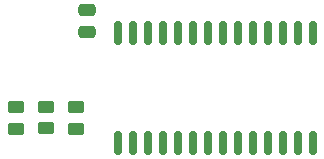
<source format=gbr>
%TF.GenerationSoftware,KiCad,Pcbnew,(6.0.0-0)*%
%TF.CreationDate,2022-02-10T00:31:09-05:00*%
%TF.ProjectId,ROM-Cartridge,524f4d2d-4361-4727-9472-696467652e6b,rev?*%
%TF.SameCoordinates,Original*%
%TF.FileFunction,Paste,Top*%
%TF.FilePolarity,Positive*%
%FSLAX46Y46*%
G04 Gerber Fmt 4.6, Leading zero omitted, Abs format (unit mm)*
G04 Created by KiCad (PCBNEW (6.0.0-0)) date 2022-02-10 00:31:09*
%MOMM*%
%LPD*%
G01*
G04 APERTURE LIST*
G04 Aperture macros list*
%AMRoundRect*
0 Rectangle with rounded corners*
0 $1 Rounding radius*
0 $2 $3 $4 $5 $6 $7 $8 $9 X,Y pos of 4 corners*
0 Add a 4 corners polygon primitive as box body*
4,1,4,$2,$3,$4,$5,$6,$7,$8,$9,$2,$3,0*
0 Add four circle primitives for the rounded corners*
1,1,$1+$1,$2,$3*
1,1,$1+$1,$4,$5*
1,1,$1+$1,$6,$7*
1,1,$1+$1,$8,$9*
0 Add four rect primitives between the rounded corners*
20,1,$1+$1,$2,$3,$4,$5,0*
20,1,$1+$1,$4,$5,$6,$7,0*
20,1,$1+$1,$6,$7,$8,$9,0*
20,1,$1+$1,$8,$9,$2,$3,0*%
G04 Aperture macros list end*
%ADD10RoundRect,0.250000X0.475000X-0.250000X0.475000X0.250000X-0.475000X0.250000X-0.475000X-0.250000X0*%
%ADD11RoundRect,0.150000X0.150000X-0.875000X0.150000X0.875000X-0.150000X0.875000X-0.150000X-0.875000X0*%
%ADD12RoundRect,0.250000X0.450000X-0.262500X0.450000X0.262500X-0.450000X0.262500X-0.450000X-0.262500X0*%
G04 APERTURE END LIST*
D10*
%TO.C,C1*%
X110090000Y-99950000D03*
X110090000Y-98050000D03*
%TD*%
D11*
%TO.C,U1*%
X112745000Y-109350000D03*
X114015000Y-109350000D03*
X115285000Y-109350000D03*
X116555000Y-109350000D03*
X117825000Y-109350000D03*
X119095000Y-109350000D03*
X120365000Y-109350000D03*
X121635000Y-109350000D03*
X122905000Y-109350000D03*
X124175000Y-109350000D03*
X125445000Y-109350000D03*
X126715000Y-109350000D03*
X127985000Y-109350000D03*
X129255000Y-109350000D03*
X129255000Y-100050000D03*
X127985000Y-100050000D03*
X126715000Y-100050000D03*
X125445000Y-100050000D03*
X124175000Y-100050000D03*
X122905000Y-100050000D03*
X121635000Y-100050000D03*
X120365000Y-100050000D03*
X119095000Y-100050000D03*
X117825000Y-100050000D03*
X116555000Y-100050000D03*
X115285000Y-100050000D03*
X114015000Y-100050000D03*
X112745000Y-100050000D03*
%TD*%
D12*
%TO.C,R3*%
X104080000Y-106297500D03*
X104080000Y-108122500D03*
%TD*%
%TO.C,R2*%
X106630000Y-106287500D03*
X106630000Y-108112500D03*
%TD*%
%TO.C,R1*%
X109180000Y-106297500D03*
X109180000Y-108122500D03*
%TD*%
M02*

</source>
